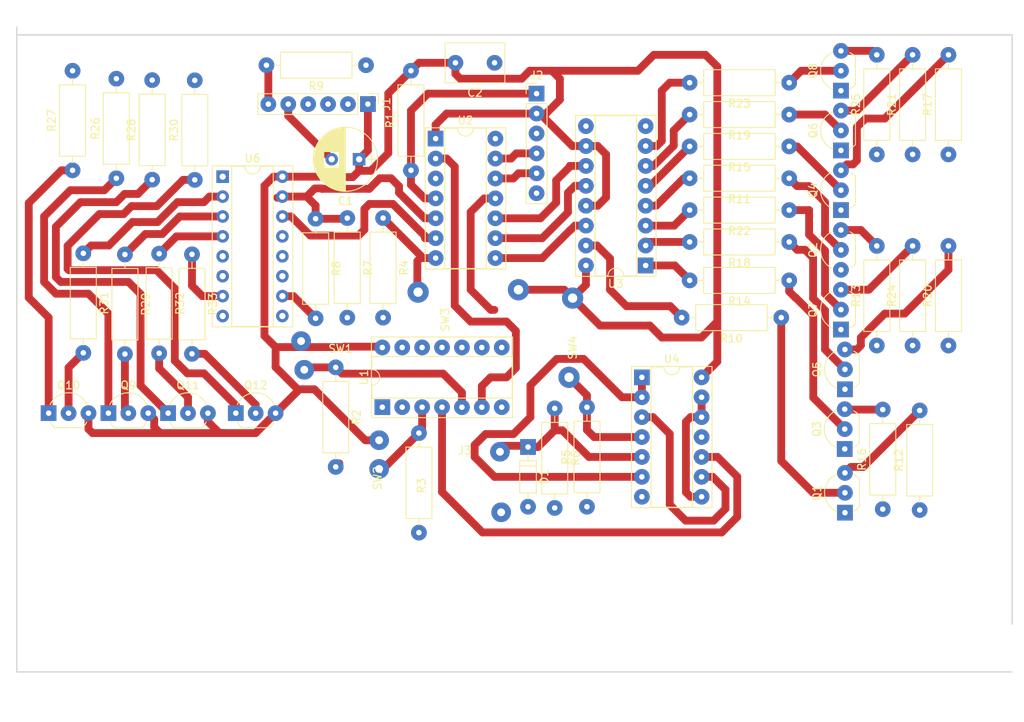
<source format=kicad_pcb>
(kicad_pcb (version 20171130) (host pcbnew "(5.0.0-rc2-117-g8a2639325)")
  (layers (0 F.Cu signal) (31 B.Cu signal) (34 B.Paste user) (35 F.Paste user) (36 B.SilkS user) (37 F.SilkS user) (38 B.Mask user) (39 F.Mask user) (44 Edge.Cuts user))
  (net 0 "")
  (net 1 GND)
  (net 2 +5V)
  (net 3 "Net-(D1-Pad1)")
  (net 4 "Net-(J1-Pad6)")
  (net 5 /ICSPDAT)
  (net 6 /ICSPCLK)
  (net 7 /MCLR)
  (net 8 "Net-(R2-Pad1)")
  (net 9 "Net-(R3-Pad1)")
  (net 10 /CONTINUE)
  (net 11 "Net-(R5-Pad2)")
  (net 12 /RESET_CTR)
  (net 13 "Net-(R8-Pad2)")
  (net 14 /MANUAL_RESET)
  (net 15 /MANUAL_TRIGGER)
  (net 16 /WATCH_RCLK)
  (net 17 /CTR_CLK)
  (net 18 /WATCH_CLK)
  (net 19 /TRIGGER)
  (net 20 /WATCH_DATA)
  (net 21 "Net-(U4-Pad12)")
  (net 22 "Net-(U4-Pad1)")
  (net 23 /EXT_TRIGGER)
  (net 24 "Net-(J1-Pad2)")
  (net 25 "Net-(J1-Pad3)")
  (net 26 "Net-(J1-Pad4)")
  (net 27 "Net-(J2-Pad6)")
  (net 28 "Net-(U2-Pad3)")
  (net 29 "Net-(U3-Pad9)")
  (net 30 "Net-(U6-Pad1)")
  (net 31 "Net-(U6-Pad9)")
  (net 32 /CA2)
  (net 33 /CA1)
  (net 34 "Net-(U6-Pad11)")
  (net 35 /CA3)
  (net 36 "Net-(U6-Pad12)")
  (net 37 "Net-(U6-Pad5)")
  (net 38 "Net-(U6-Pad6)")
  (net 39 /CA4)
  (net 40 "Net-(Q8-Pad3)")
  (net 41 "Net-(Q8-Pad2)")
  (net 42 "Net-(Q12-Pad2)")
  (net 43 "Net-(Q12-Pad1)")
  (net 44 "Net-(Q11-Pad1)")
  (net 45 "Net-(Q11-Pad2)")
  (net 46 "Net-(Q10-Pad2)")
  (net 47 "Net-(Q10-Pad1)")
  (net 48 "Net-(Q9-Pad1)")
  (net 49 "Net-(Q9-Pad2)")
  (net 50 "Net-(Q7-Pad2)")
  (net 51 "Net-(Q7-Pad3)")
  (net 52 "Net-(Q5-Pad3)")
  (net 53 "Net-(Q5-Pad2)")
  (net 54 "Net-(Q3-Pad2)")
  (net 55 "Net-(Q3-Pad3)")
  (net 56 "Net-(Q2-Pad3)")
  (net 57 "Net-(Q2-Pad2)")
  (net 58 "Net-(Q1-Pad2)")
  (net 59 "Net-(Q1-Pad3)")
  (net 60 "Net-(Q6-Pad3)")
  (net 61 "Net-(Q6-Pad2)")
  (net 62 "Net-(Q4-Pad2)")
  (net 63 "Net-(Q4-Pad3)")
  (net 64 /e)
  (net 65 /QC)
  (net 66 /QG)
  (net 67 /c)
  (net 68 /g)
  (net 69 /QD)
  (net 70 /QDP)
  (net 71 /d)
  (net 72 /QA)
  (net 73 /dp)
  (net 74 /QF)
  (net 75 /b)
  (net 76 /QE)
  (net 77 /a)
  (net 78 /QB)
  (net 79 /f)
  (module TO_SOT_Packages_THT:TO-92_Inline_Wide (layer F.Cu) (at 231.648 69.088 90)
    (fp_text reference Q4 (at 2.54 -3.56 270) (layer F.SilkS))
    (fp_text value 2N3904)
    (pad 2 thru_hole oval (at 2.54 0 90) (size 2 2) (drill 0.7) (layers *.Cu *.Mask) (net 62 "Net-(Q4-Pad2)"))
    (pad 3 thru_hole oval (at 5.08 0 90) (size 2 2) (drill 0.7) (layers *.Cu *.Mask) (net 63 "Net-(Q4-Pad3)"))
    (pad 1 thru_hole rect (at 0 0 90) (size 2 2) (drill 0.7) (layers *.Cu *.Mask) (net 1 GND))
  )
  (module TO_SOT_Packages_THT:TO-92_Inline_Wide (layer F.Cu) (at 231.648 61.468 90)
    (fp_text reference Q6 (at 2.54 -3.56 270) (layer F.SilkS))
    (fp_text value 2N3904)
    (pad 1 thru_hole rect (at 0 0 90) (size 2 2) (drill 0.7) (layers *.Cu *.Mask) (net 1 GND))
    (pad 3 thru_hole oval (at 5.08 0 90) (size 2 2) (drill 0.7) (layers *.Cu *.Mask) (net 60 "Net-(Q6-Pad3)"))
    (pad 2 thru_hole oval (at 2.54 0 90) (size 2 2) (drill 0.7) (layers *.Cu *.Mask) (net 61 "Net-(Q6-Pad2)"))
  )
  (module TO_SOT_Packages_THT:TO-92_Inline_Wide (layer F.Cu) (at 232.156 107.696 90)
    (fp_text reference Q1 (at 2.54 -3.56 270) (layer F.SilkS))
    (fp_text value 2N3904)
    (pad 2 thru_hole oval (at 2.54 0 90) (size 2 2) (drill 0.7) (layers *.Cu *.Mask) (net 58 "Net-(Q1-Pad2)"))
    (pad 3 thru_hole oval (at 5.08 0 90) (size 2 2) (drill 0.7) (layers *.Cu *.Mask) (net 59 "Net-(Q1-Pad3)"))
    (pad 1 thru_hole rect (at 0 0 90) (size 2 2) (drill 0.7) (layers *.Cu *.Mask) (net 1 GND))
  )
  (module TO_SOT_Packages_THT:TO-92_Inline_Wide (layer F.Cu) (at 231.648 76.708 90)
    (fp_text reference Q2 (at 2.54 -3.56 270) (layer F.SilkS))
    (fp_text value 2N3904)
    (pad 1 thru_hole oval (at 0 0 90) (size 2 2) (drill 0.7) (layers *.Cu *.Mask) (net 1 GND))
    (pad 3 thru_hole oval (at 5.08 0 90) (size 2 2) (drill 0.7) (layers *.Cu *.Mask) (net 56 "Net-(Q2-Pad3)"))
    (pad 2 thru_hole oval (at 2.54 0 90) (size 2 2) (drill 0.7) (layers *.Cu *.Mask) (net 57 "Net-(Q2-Pad2)"))
  )
  (module TO_SOT_Packages_THT:TO-92_Inline_Wide (layer F.Cu) (at 232.1306 99.568 90)
    (fp_text reference Q3 (at 2.54 -3.56 270) (layer F.SilkS))
    (fp_text value 2N3904)
    (pad 2 thru_hole oval (at 2.54 0 90) (size 2 2) (drill 0.7) (layers *.Cu *.Mask) (net 54 "Net-(Q3-Pad2)"))
    (pad 3 thru_hole oval (at 5.08 0 90) (size 2 2) (drill 0.7) (layers *.Cu *.Mask) (net 55 "Net-(Q3-Pad3)"))
    (pad 1 thru_hole rect (at 0 0 90) (size 2 2) (drill 0.7) (layers *.Cu *.Mask) (net 1 GND))
  )
  (module TO_SOT_Packages_THT:TO-92_Inline_Wide (layer F.Cu) (at 232.156 91.948 90)
    (fp_text reference Q5 (at 2.54 -3.56 270) (layer F.SilkS))
    (fp_text value 2N3904)
    (pad 1 thru_hole rect (at 0 0 90) (size 2 2) (drill 0.7) (layers *.Cu *.Mask) (net 1 GND))
    (pad 3 thru_hole oval (at 5.08 0 90) (size 2 2) (drill 0.7) (layers *.Cu *.Mask) (net 52 "Net-(Q5-Pad3)"))
    (pad 2 thru_hole oval (at 2.54 0 90) (size 2 2) (drill 0.7) (layers *.Cu *.Mask) (net 53 "Net-(Q5-Pad2)"))
  )
  (module TO_SOT_Packages_THT:TO-92_Inline_Wide (layer F.Cu) (at 231.648 84.328 90)
    (fp_text reference Q7 (at 2.54 -3.56 270) (layer F.SilkS))
    (fp_text value 2N3904)
    (pad 2 thru_hole oval (at 2.54 0 90) (size 2 2) (drill 0.7) (layers *.Cu *.Mask) (net 50 "Net-(Q7-Pad2)"))
    (pad 3 thru_hole oval (at 5.08 0 90) (size 2 2) (drill 0.7) (layers *.Cu *.Mask) (net 51 "Net-(Q7-Pad3)"))
    (pad 1 thru_hole rect (at 0 0 90) (size 2 2) (drill 0.7) (layers *.Cu *.Mask) (net 1 GND))
  )
  (module TO_SOT_Packages_THT:TO-92_Inline_Wide (layer F.Cu) (at 138.176 94.996)
    (fp_text reference Q9 (at 2.54 -3.56 180) (layer F.SilkS))
    (fp_text value 2N3904)
    (pad 1 thru_hole rect (at 0 0) (size 2 2) (drill 0.7) (layers *.Cu *.Mask) (net 48 "Net-(Q9-Pad1)"))
    (pad 3 thru_hole oval (at 5.08 0) (size 2 2) (drill 0.7) (layers *.Cu *.Mask) (net 2 +5V))
    (pad 2 thru_hole oval (at 2.54 0) (size 2 2) (drill 0.7) (layers *.Cu *.Mask) (net 49 "Net-(Q9-Pad2)"))
  )
  (module TO_SOT_Packages_THT:TO-92_Inline_Wide (layer F.Cu) (at 130.556 94.996)
    (fp_text reference Q10 (at 2.54 -3.56 180) (layer F.SilkS))
    (fp_text value 2N3904)
    (pad 2 thru_hole oval (at 2.54 0) (size 2 2) (drill 0.7) (layers *.Cu *.Mask) (net 46 "Net-(Q10-Pad2)"))
    (pad 3 thru_hole oval (at 5.08 0) (size 2 2) (drill 0.7) (layers *.Cu *.Mask) (net 2 +5V))
    (pad 1 thru_hole rect (at 0 0) (size 2 2) (drill 0.7) (layers *.Cu *.Mask) (net 47 "Net-(Q10-Pad1)"))
  )
  (module TO_SOT_Packages_THT:TO-92_Inline_Wide (layer F.Cu) (at 145.796 94.996)
    (fp_text reference Q11 (at 2.54 -3.56 180) (layer F.SilkS))
    (fp_text value 2N3904)
    (pad 1 thru_hole rect (at 0 0) (size 2 2) (drill 0.7) (layers *.Cu *.Mask) (net 44 "Net-(Q11-Pad1)"))
    (pad 3 thru_hole oval (at 5.08 0) (size 2 2) (drill 0.7) (layers *.Cu *.Mask) (net 2 +5V))
    (pad 2 thru_hole oval (at 2.54 0) (size 2 2) (drill 0.7) (layers *.Cu *.Mask) (net 45 "Net-(Q11-Pad2)"))
  )
  (module TO_SOT_Packages_THT:TO-92_Inline_Wide (layer F.Cu) (at 154.432 94.996)
    (fp_text reference Q12 (at 2.54 -3.56 180) (layer F.SilkS))
    (fp_text value 2N3904)
    (pad 2 thru_hole oval (at 2.54 0) (size 2 2) (drill 0.7) (layers *.Cu *.Mask) (net 42 "Net-(Q12-Pad2)"))
    (pad 3 thru_hole oval (at 5.08 0) (size 2 2) (drill 0.7) (layers *.Cu *.Mask) (net 2 +5V))
    (pad 1 thru_hole rect (at 0 0) (size 2 2) (drill 0.7) (layers *.Cu *.Mask) (net 43 "Net-(Q12-Pad1)"))
  )
  (module TO_SOT_Packages_THT:TO-92_Inline_Wide (layer F.Cu) (at 231.648 53.848 90)
    (fp_text reference Q8 (at 2.54 -3.56 270) (layer F.SilkS))
    (fp_text value 2N3904)
    (pad 1 thru_hole rect (at 0 0 90) (size 2 2) (drill 0.7) (layers *.Cu *.Mask) (net 1 GND))
    (pad 3 thru_hole oval (at 5.08 0 90) (size 2 2) (drill 0.7) (layers *.Cu *.Mask) (net 40 "Net-(Q8-Pad3)"))
    (pad 2 thru_hole oval (at 2.54 0 90) (size 2 2) (drill 0.7) (layers *.Cu *.Mask) (net 41 "Net-(Q8-Pad2)"))
  )
  (module Housings_DIP:DIP-16_W7.62mm_Socket (layer F.Cu) (at 206.7306 76.1492 180)
    (fp_text reference U3 (at 3.81 -2.33 180) (layer F.SilkS))
    (fp_text value 74HC595)
    (pad 16 thru_hole oval (at 7.62 0 180) (size 2 2) (drill 0.7) (layers *.Cu *.Mask) (net 2 +5V))
    (pad 8 thru_hole oval (at 0 17.78 180) (size 2 2) (drill 0.7) (layers *.Cu *.Mask) (net 1 GND))
    (pad 15 thru_hole oval (at 7.62 2.54 180) (size 2 2) (drill 0.7) (layers *.Cu *.Mask) (net 72 /QA))
    (pad 7 thru_hole oval (at 0 15.24 180) (size 2 2) (drill 0.7) (layers *.Cu *.Mask) (net 70 /QDP))
    (pad 14 thru_hole oval (at 7.62 5.08 180) (size 2 2) (drill 0.7) (layers *.Cu *.Mask) (net 20 /WATCH_DATA))
    (pad 6 thru_hole oval (at 0 12.7 180) (size 2 2) (drill 0.7) (layers *.Cu *.Mask) (net 66 /QG))
    (pad 13 thru_hole oval (at 7.62 7.62 180) (size 2 2) (drill 0.7) (layers *.Cu *.Mask) (net 2 +5V))
    (pad 5 thru_hole oval (at 0 10.16 180) (size 2 2) (drill 0.7) (layers *.Cu *.Mask) (net 74 /QF))
    (pad 12 thru_hole oval (at 7.62 10.16 180) (size 2 2) (drill 0.7) (layers *.Cu *.Mask) (net 16 /WATCH_RCLK))
    (pad 4 thru_hole oval (at 0 7.62 180) (size 2 2) (drill 0.7) (layers *.Cu *.Mask) (net 76 /QE))
    (pad 11 thru_hole oval (at 7.62 12.7 180) (size 2 2) (drill 0.7) (layers *.Cu *.Mask) (net 18 /WATCH_CLK))
    (pad 3 thru_hole oval (at 0 5.08 180) (size 2 2) (drill 0.7) (layers *.Cu *.Mask) (net 69 /QD))
    (pad 10 thru_hole oval (at 7.62 15.24 180) (size 2 2) (drill 0.7) (layers *.Cu *.Mask) (net 2 +5V))
    (pad 2 thru_hole oval (at 0 2.54 180) (size 2 2) (drill 0.7) (layers *.Cu *.Mask) (net 65 /QC))
    (pad 9 thru_hole oval (at 7.62 17.78 180) (size 2 2) (drill 0.7) (layers *.Cu *.Mask) (net 29 "Net-(U3-Pad9)"))
    (pad 1 thru_hole rect (at 0 0 180) (size 2 2) (drill 0.7) (layers *.Cu *.Mask) (net 78 /QB))
  )
  (module Resistors_THT:R_Axial_DIN0309_L9.0mm_D3.2mm_P12.70mm_Horizontal (layer F.Cu) (at 245.364 61.976 90)
    (fp_text reference R17 (at 6.35 -2.66 90) (layer F.SilkS))
    (fp_text value 500)
    (pad 1 thru_hole oval (at 0 0 90) (size 2 2) (drill 0.7) (layers *.Cu *.Mask) (net 79 /f))
    (pad 2 thru_hole oval (at 12.7 0 90) (size 2 2) (drill 0.7) (layers *.Cu *.Mask) (net 63 "Net-(Q4-Pad3)"))
  )
  (module Resistors_THT:R_Axial_DIN0309_L9.0mm_D3.2mm_P12.70mm_Horizontal (layer F.Cu) (at 225.044 78.0542 180)
    (fp_text reference R14 (at 6.35 -2.66 180) (layer F.SilkS))
    (fp_text value 10k)
    (pad 2 thru_hole oval (at 12.7 0 180) (size 2 2) (drill 0.7) (layers *.Cu *.Mask) (net 78 /QB))
    (pad 1 thru_hole oval (at 0 0 180) (size 2 2) (drill 0.7) (layers *.Cu *.Mask) (net 54 "Net-(Q3-Pad2)"))
  )
  (module Resistors_THT:R_Axial_DIN0309_L9.0mm_D3.2mm_P12.70mm_Horizontal (layer F.Cu) (at 241.6937 107.3531 90)
    (fp_text reference R12 (at 6.35 -2.66 90) (layer F.SilkS))
    (fp_text value 500)
    (pad 1 thru_hole oval (at 0 0 90) (size 2 2) (drill 0.7) (layers *.Cu *.Mask) (net 77 /a))
    (pad 2 thru_hole oval (at 12.7 0 90) (size 2 2) (drill 0.7) (layers *.Cu *.Mask) (net 59 "Net-(Q1-Pad3)"))
  )
  (module Resistors_THT:R_Axial_DIN0309_L9.0mm_D3.2mm_P12.70mm_Horizontal (layer F.Cu) (at 225.044 65.024 180)
    (fp_text reference R11 (at 6.35 -2.66 180) (layer F.SilkS))
    (fp_text value 10k)
    (pad 2 thru_hole oval (at 12.7 0 180) (size 2 2) (drill 0.7) (layers *.Cu *.Mask) (net 76 /QE))
    (pad 1 thru_hole oval (at 0 0 180) (size 2 2) (drill 0.7) (layers *.Cu *.Mask) (net 57 "Net-(Q2-Pad2)"))
  )
  (module Resistors_THT:R_Axial_DIN0309_L9.0mm_D3.2mm_P12.70mm_Horizontal (layer F.Cu) (at 134.9756 74.5998 270)
    (fp_text reference R31 (at 6.35 -2.66 270) (layer F.SilkS))
    (fp_text value 200)
    (pad 1 thru_hole oval (at 0 0 270) (size 2 2) (drill 0.7) (layers *.Cu *.Mask) (net 32 /CA2))
    (pad 2 thru_hole oval (at 12.7 0 270) (size 2 2) (drill 0.7) (layers *.Cu *.Mask) (net 46 "Net-(Q10-Pad2)"))
  )
  (module Resistors_THT:R_Axial_DIN0309_L9.0mm_D3.2mm_P12.70mm_Horizontal (layer F.Cu) (at 236.982 107.2388 90)
    (fp_text reference R16 (at 6.35 -2.66 90) (layer F.SilkS))
    (fp_text value 500)
    (pad 2 thru_hole oval (at 12.7 0 90) (size 2 2) (drill 0.7) (layers *.Cu *.Mask) (net 55 "Net-(Q3-Pad3)"))
    (pad 1 thru_hole oval (at 0 0 90) (size 2 2) (drill 0.7) (layers *.Cu *.Mask) (net 75 /b))
  )
  (module Resistors_THT:R_Axial_DIN0309_L9.0mm_D3.2mm_P12.70mm_Horizontal (layer F.Cu) (at 225.044 60.96 180)
    (fp_text reference R15 (at 6.35 -2.66 180) (layer F.SilkS))
    (fp_text value 10k)
    (pad 1 thru_hole oval (at 0 0 180) (size 2 2) (drill 0.7) (layers *.Cu *.Mask) (net 62 "Net-(Q4-Pad2)"))
    (pad 2 thru_hole oval (at 12.7 0 180) (size 2 2) (drill 0.7) (layers *.Cu *.Mask) (net 74 /QF))
  )
  (module Resistors_THT:R_Axial_DIN0309_L9.0mm_D3.2mm_P12.70mm_Horizontal (layer F.Cu) (at 236.22 61.976 90)
    (fp_text reference R25 (at 6.35 -2.66 90) (layer F.SilkS))
    (fp_text value 500)
    (pad 2 thru_hole oval (at 12.7 0 90) (size 2 2) (drill 0.7) (layers *.Cu *.Mask) (net 40 "Net-(Q8-Pad3)"))
    (pad 1 thru_hole oval (at 0 0 90) (size 2 2) (drill 0.7) (layers *.Cu *.Mask) (net 73 /dp))
  )
  (module Resistors_THT:R_Axial_DIN0309_L9.0mm_D3.2mm_P12.70mm_Horizontal (layer F.Cu) (at 224.028 82.804 180)
    (fp_text reference R10 (at 6.35 -2.66 180) (layer F.SilkS))
    (fp_text value 10k)
    (pad 1 thru_hole oval (at 0 0 180) (size 2 2) (drill 0.7) (layers *.Cu *.Mask) (net 58 "Net-(Q1-Pad2)"))
    (pad 2 thru_hole oval (at 12.7 0 180) (size 2 2) (drill 0.7) (layers *.Cu *.Mask) (net 72 /QA))
  )
  (module Resistors_THT:R_Axial_DIN0309_L9.0mm_D3.2mm_P12.70mm_Horizontal (layer F.Cu) (at 144.653 74.6506 270)
    (fp_text reference R32 (at 6.35 -2.66 270) (layer F.SilkS))
    (fp_text value 200)
    (pad 2 thru_hole oval (at 12.7 0 270) (size 2 2) (drill 0.7) (layers *.Cu *.Mask) (net 45 "Net-(Q11-Pad2)"))
    (pad 1 thru_hole oval (at 0 0 270) (size 2 2) (drill 0.7) (layers *.Cu *.Mask) (net 35 /CA3))
  )
  (module Resistors_THT:R_Axial_DIN0309_L9.0mm_D3.2mm_P12.70mm_Horizontal (layer F.Cu) (at 149.1996 65.2272 90)
    (fp_text reference R30 (at 6.35 -2.66 90) (layer F.SilkS))
    (fp_text value 100k)
    (pad 1 thru_hole oval (at 0 0 90) (size 2 2) (drill 0.7) (layers *.Cu *.Mask) (net 43 "Net-(Q12-Pad1)"))
    (pad 2 thru_hole oval (at 12.7 0 90) (size 2 2) (drill 0.7) (layers *.Cu *.Mask) (net 1 GND))
  )
  (module Resistors_THT:R_Axial_DIN0309_L9.0mm_D3.2mm_P12.70mm_Horizontal (layer F.Cu) (at 140.2842 74.7522 270)
    (fp_text reference R29 (at 6.35 -2.66 270) (layer F.SilkS))
    (fp_text value 200)
    (pad 2 thru_hole oval (at 12.7 0 270) (size 2 2) (drill 0.7) (layers *.Cu *.Mask) (net 49 "Net-(Q9-Pad2)"))
    (pad 1 thru_hole oval (at 0 0 270) (size 2 2) (drill 0.7) (layers *.Cu *.Mask) (net 33 /CA1))
  )
  (module Resistors_THT:R_Axial_DIN0309_L9.0mm_D3.2mm_P12.70mm_Horizontal (layer F.Cu) (at 143.764 65.2018 90)
    (fp_text reference R28 (at 6.35 -2.66 90) (layer F.SilkS))
    (fp_text value 100k)
    (pad 1 thru_hole oval (at 0 0 90) (size 2 2) (drill 0.7) (layers *.Cu *.Mask) (net 44 "Net-(Q11-Pad1)"))
    (pad 2 thru_hole oval (at 12.7 0 90) (size 2 2) (drill 0.7) (layers *.Cu *.Mask) (net 1 GND))
  )
  (module Resistors_THT:R_Axial_DIN0309_L9.0mm_D3.2mm_P12.70mm_Horizontal (layer F.Cu) (at 133.604 64.008 90)
    (fp_text reference R27 (at 6.35 -2.66 90) (layer F.SilkS))
    (fp_text value 100k)
    (pad 2 thru_hole oval (at 12.7 0 90) (size 2 2) (drill 0.7) (layers *.Cu *.Mask) (net 1 GND))
    (pad 1 thru_hole oval (at 0 0 90) (size 2 2) (drill 0.7) (layers *.Cu *.Mask) (net 47 "Net-(Q10-Pad1)"))
  )
  (module Resistors_THT:R_Axial_DIN0309_L9.0mm_D3.2mm_P12.70mm_Horizontal (layer F.Cu) (at 139.192 65.024 90)
    (fp_text reference R26 (at 6.35 -2.66 90) (layer F.SilkS))
    (fp_text value 100k)
    (pad 1 thru_hole oval (at 0 0 90) (size 2 2) (drill 0.7) (layers *.Cu *.Mask) (net 48 "Net-(Q9-Pad1)"))
    (pad 2 thru_hole oval (at 12.7 0 90) (size 2 2) (drill 0.7) (layers *.Cu *.Mask) (net 1 GND))
  )
  (module Resistors_THT:R_Axial_DIN0309_L9.0mm_D3.2mm_P12.70mm_Horizontal (layer F.Cu) (at 240.792 86.36 90)
    (fp_text reference R24 (at 6.35 -2.66 90) (layer F.SilkS))
    (fp_text value 500)
    (pad 2 thru_hole oval (at 12.7 0 90) (size 2 2) (drill 0.7) (layers *.Cu *.Mask) (net 51 "Net-(Q7-Pad3)"))
    (pad 1 thru_hole oval (at 0 0 90) (size 2 2) (drill 0.7) (layers *.Cu *.Mask) (net 71 /d))
  )
  (module Resistors_THT:R_Axial_DIN0309_L9.0mm_D3.2mm_P12.70mm_Horizontal (layer F.Cu) (at 225.044 52.832 180)
    (fp_text reference R23 (at 6.35 -2.66 180) (layer F.SilkS))
    (fp_text value 10k)
    (pad 1 thru_hole oval (at 0 0 180) (size 2 2) (drill 0.7) (layers *.Cu *.Mask) (net 41 "Net-(Q8-Pad2)"))
    (pad 2 thru_hole oval (at 12.7 0 180) (size 2 2) (drill 0.7) (layers *.Cu *.Mask) (net 70 /QDP))
  )
  (module Resistors_THT:R_Axial_DIN0309_L9.0mm_D3.2mm_P12.70mm_Horizontal (layer F.Cu) (at 225.044 69.088 180)
    (fp_text reference R22 (at 6.35 -2.66 180) (layer F.SilkS))
    (fp_text value 10k)
    (pad 2 thru_hole oval (at 12.7 0 180) (size 2 2) (drill 0.7) (layers *.Cu *.Mask) (net 69 /QD))
    (pad 1 thru_hole oval (at 0 0 180) (size 2 2) (drill 0.7) (layers *.Cu *.Mask) (net 50 "Net-(Q7-Pad2)"))
  )
  (module Resistors_THT:R_Axial_DIN0309_L9.0mm_D3.2mm_P12.70mm_Horizontal (layer F.Cu) (at 240.792 61.976 90)
    (fp_text reference R21 (at 6.35 -2.66 90) (layer F.SilkS))
    (fp_text value 500)
    (pad 1 thru_hole oval (at 0 0 90) (size 2 2) (drill 0.7) (layers *.Cu *.Mask) (net 68 /g))
    (pad 2 thru_hole oval (at 12.7 0 90) (size 2 2) (drill 0.7) (layers *.Cu *.Mask) (net 60 "Net-(Q6-Pad3)"))
  )
  (module Resistors_THT:R_Axial_DIN0309_L9.0mm_D3.2mm_P12.70mm_Horizontal (layer F.Cu) (at 245.364 86.36 90)
    (fp_text reference R20 (at 6.35 -2.66 90) (layer F.SilkS))
    (fp_text value 500)
    (pad 2 thru_hole oval (at 12.7 0 90) (size 2 2) (drill 0.7) (layers *.Cu *.Mask) (net 52 "Net-(Q5-Pad3)"))
    (pad 1 thru_hole oval (at 0 0 90) (size 2 2) (drill 0.7) (layers *.Cu *.Mask) (net 67 /c))
  )
  (module Resistors_THT:R_Axial_DIN0309_L9.0mm_D3.2mm_P12.70mm_Horizontal (layer F.Cu) (at 225.044 56.896 180)
    (fp_text reference R19 (at 6.35 -2.66 180) (layer F.SilkS))
    (fp_text value 10k)
    (pad 1 thru_hole oval (at 0 0 180) (size 2 2) (drill 0.7) (layers *.Cu *.Mask) (net 61 "Net-(Q6-Pad2)"))
    (pad 2 thru_hole oval (at 12.7 0 180) (size 2 2) (drill 0.7) (layers *.Cu *.Mask) (net 66 /QG))
  )
  (module Resistors_THT:R_Axial_DIN0309_L9.0mm_D3.2mm_P12.70mm_Horizontal (layer F.Cu) (at 225.044 73.152 180)
    (fp_text reference R18 (at 6.35 -2.66 180) (layer F.SilkS))
    (fp_text value 10k)
    (pad 2 thru_hole oval (at 12.7 0 180) (size 2 2) (drill 0.7) (layers *.Cu *.Mask) (net 65 /QC))
    (pad 1 thru_hole oval (at 0 0 180) (size 2 2) (drill 0.7) (layers *.Cu *.Mask) (net 53 "Net-(Q5-Pad2)"))
  )
  (module Resistors_THT:R_Axial_DIN0309_L9.0mm_D3.2mm_P12.70mm_Horizontal (layer F.Cu) (at 236.22 86.36 90)
    (fp_text reference R13 (at 6.35 -2.66 90) (layer F.SilkS))
    (fp_text value 500)
    (pad 1 thru_hole oval (at 0 0 90) (size 2 2) (drill 0.7) (layers *.Cu *.Mask) (net 64 /e))
    (pad 2 thru_hole oval (at 12.7 0 90) (size 2 2) (drill 0.7) (layers *.Cu *.Mask) (net 56 "Net-(Q2-Pad3)"))
  )
  (module Resistors_THT:R_Axial_DIN0309_L9.0mm_D3.2mm_P12.70mm_Horizontal (layer F.Cu) (at 148.844 74.7268 270)
    (fp_text reference R33 (at 6.35 -2.66 270) (layer F.SilkS))
    (fp_text value 200)
    (pad 2 thru_hole oval (at 12.7 0 270) (size 2 2) (drill 0.7) (layers *.Cu *.Mask) (net 42 "Net-(Q12-Pad2)"))
    (pad 1 thru_hole oval (at 0 0 270) (size 2 2) (drill 0.7) (layers *.Cu *.Mask) (net 39 /CA4))
  )
  (module Wire_Connections_Bridges:WireConnection_1.00mmDrill (layer F.Cu) (at 188.4934 99.9744 180)
    (fp_text reference J3 (at 4.8514 0.2032 180) (layer F.SilkS))
    (fp_text value Conn_Coaxial)
    (pad 2 thru_hole circle (at 0.2032 -7.6708 180) (size 2.49936 2.49936) (drill 1.00076) (layers *.Cu *.Mask) (net 1 GND))
    (pad 1 thru_hole circle (at 0.3556 0.0508 180) (size 2.49936 2.49936) (drill 1.00076) (layers *.Cu *.Mask) (net 3 "Net-(D1-Pad1)"))
  )
  (module Wire_Connections_Bridges:WireConnection_1.20mmDrill (layer F.Cu) (at 197.612 81.788 270)
    (fp_text reference SW4 (at 4.8514 0.2032 270) (layer F.SilkS))
    (fp_text value SW_SPST)
    (pad 1 thru_hole circle (at -1.4732 0.2032 270) (size 2.70002 2.70002) (drill 1.19888) (layers *.Cu *.Mask) (net 2 +5V))
    (pad 2 thru_hole circle (at 8.636 0.6604 270) (size 2.70002 2.70002) (drill 1.19888) (layers *.Cu *.Mask) (net 11 "Net-(R5-Pad2)"))
  )
  (module Wire_Connections_Bridges:WireConnection_1.00mmDrill (layer F.Cu) (at 162.9156 86.5632)
    (fp_text reference SW1 (at 4.8514 0.2032) (layer F.SilkS))
    (fp_text value SW_Push)
    (pad 1 thru_hole circle (at -0.1524 -0.762) (size 2.49936 2.49936) (drill 1.00076) (layers *.Cu *.Mask) (net 2 +5V))
    (pad 2 thru_hole circle (at 0.254 2.8956) (size 2.49936 2.49936) (drill 1.00076) (layers *.Cu *.Mask) (net 8 "Net-(R2-Pad1)"))
  )
  (module Wire_Connections_Bridges:WireConnection_1.00mmDrill (layer F.Cu) (at 172.72 98.4504 270)
    (fp_text reference SW2 (at 4.8514 0.2032 270) (layer F.SilkS))
    (fp_text value SW_Push)
    (pad 2 thru_hole circle (at 3.6576 0 270) (size 2.49936 2.49936) (drill 1.00076) (layers *.Cu *.Mask) (net 9 "Net-(R3-Pad1)"))
    (pad 1 thru_hole circle (at 0 0 270) (size 2.49936 2.49936) (drill 1.00076) (layers *.Cu *.Mask) (net 2 +5V))
  )
  (module Wire_Connections_Bridges:WireConnection_1.20mmDrill (layer F.Cu) (at 181.356 78.232 270)
    (fp_text reference SW3 (at 4.8514 0.2032 270) (layer F.SilkS))
    (fp_text value SW_SPST)
    (pad 2 thru_hole circle (at 1.3208 3.6576 270) (size 2.70002 2.70002) (drill 1.19888) (layers *.Cu *.Mask) (net 10 /CONTINUE))
    (pad 1 thru_hole circle (at 1.016 -9.144 270) (size 2.70002 2.70002) (drill 1.19888) (layers *.Cu *.Mask) (net 2 +5V))
  )
  (module Housings_DIP:DIP-14_W7.62mm_Socket (layer F.Cu) (at 179.9336 59.9694)
    (fp_text reference U2 (at 3.81 -2.33) (layer F.SilkS))
    (fp_text value PIC16F616-IP)
    (pad 14 thru_hole oval (at 7.62 0) (size 2 2) (drill 0.7) (layers *.Cu *.Mask) (net 1 GND))
    (pad 7 thru_hole oval (at 0 15.24) (size 2 2) (drill 0.7) (layers *.Cu *.Mask) (net 10 /CONTINUE))
    (pad 13 thru_hole oval (at 7.62 2.54) (size 2 2) (drill 0.7) (layers *.Cu *.Mask) (net 5 /ICSPDAT))
    (pad 6 thru_hole oval (at 0 12.7) (size 2 2) (drill 0.7) (layers *.Cu *.Mask) (net 17 /CTR_CLK))
    (pad 12 thru_hole oval (at 7.62 5.08) (size 2 2) (drill 0.7) (layers *.Cu *.Mask) (net 6 /ICSPCLK))
    (pad 5 thru_hole oval (at 0 10.16) (size 2 2) (drill 0.7) (layers *.Cu *.Mask) (net 12 /RESET_CTR))
    (pad 11 thru_hole oval (at 7.62 7.62) (size 2 2) (drill 0.7) (layers *.Cu *.Mask) (net 19 /TRIGGER))
    (pad 4 thru_hole oval (at 0 7.62) (size 2 2) (drill 0.7) (layers *.Cu *.Mask) (net 7 /MCLR))
    (pad 10 thru_hole oval (at 7.62 10.16) (size 2 2) (drill 0.7) (layers *.Cu *.Mask) (net 18 /WATCH_CLK))
    (pad 3 thru_hole oval (at 0 5.08) (size 2 2) (drill 0.7) (layers *.Cu *.Mask) (net 28 "Net-(U2-Pad3)"))
    (pad 9 thru_hole oval (at 7.62 12.7) (size 2 2) (drill 0.7) (layers *.Cu *.Mask) (net 16 /WATCH_RCLK))
    (pad e thru_hole oval (at 0 2.54) (size 2 2) (drill 0.7) (layers *.Cu *.Mask) (net 14 /MANUAL_RESET))
    (pad 8 thru_hole oval (at 7.62 15.24) (size 2 2) (drill 0.7) (layers *.Cu *.Mask) (net 20 /WATCH_DATA))
    (pad 1 thru_hole rect (at 0 0) (size 2 2) (drill 0.7) (layers *.Cu *.Mask) (net 2 +5V))
  )
  (module Capacitors_THT:CP_Radial_D8.0mm_P3.50mm (layer F.Cu) (at 170.1673 62.5983 180)
    (fp_text reference C1 (at 1.75 -5.31 180) (layer F.SilkS))
    (fp_text value 47uF)
    (pad 2 thru_hole circle (at 3.5 0 180) (size 1.6 1.6) (drill 0.8) (layers *.Cu *.Mask) (net 1 GND))
    (pad 1 thru_hole rect (at 0 0 180) (size 1.6 1.6) (drill 0.8) (layers *.Cu *.Mask) (net 2 +5V))
  )
  (module Pin_Headers:Pin_Header_Straight_1x06_Pitch2.54mm (layer F.Cu) (at 171.2849 55.5625 270)
    (fp_text reference J1 (at 0 -2.33 270) (layer F.SilkS))
    (fp_text value USB_B_Micro)
    (pad 1 thru_hole rect (at 0 0 270) (size 2 2) (drill 0.7) (layers *.Cu *.Mask) (net 2 +5V))
    (pad 2 thru_hole oval (at 0 2.54 270) (size 2 2) (drill 0.7) (layers *.Cu *.Mask) (net 24 "Net-(J1-Pad2)"))
    (pad 3 thru_hole oval (at 0 5.08 270) (size 2 2) (drill 0.7) (layers *.Cu *.Mask) (net 25 "Net-(J1-Pad3)"))
    (pad 4 thru_hole oval (at 0 7.62 270) (size 2 2) (drill 0.7) (layers *.Cu *.Mask) (net 26 "Net-(J1-Pad4)"))
    (pad 5 thru_hole oval (at 0 10.16 270) (size 2 2) (drill 0.7) (layers *.Cu *.Mask) (net 1 GND))
    (pad 6 thru_hole oval (at 0 12.7 270) (size 2 2) (drill 0.7) (layers *.Cu *.Mask) (net 4 "Net-(J1-Pad6)"))
  )
  (module Resistors_THT:R_Axial_DIN0309_L9.0mm_D3.2mm_P12.70mm_Horizontal (layer F.Cu) (at 171.0436 50.5968 180)
    (fp_text reference R9 (at 6.35 -2.66 180) (layer F.SilkS))
    (fp_text value 1M)
    (pad 2 thru_hole oval (at 12.7 0 180) (size 2 2) (drill 0.7) (layers *.Cu *.Mask) (net 4 "Net-(J1-Pad6)"))
    (pad 1 thru_hole oval (at 0 0 180) (size 2 2) (drill 0.7) (layers *.Cu *.Mask) (net 1 GND))
  )
  (module Capacitors_THT:C_Disc_D7.5mm_W5.0mm_P5.00mm (layer F.Cu) (at 187.452 50.292 180)
    (fp_text reference C2 (at 2.5 -3.81 180) (layer F.SilkS))
    (fp_text value 100nF)
    (pad 2 thru_hole oval (at 5 0 180) (size 2 2) (drill 0.7) (layers *.Cu *.Mask) (net 2 +5V))
    (pad 1 thru_hole oval (at 0 0 180) (size 2 2) (drill 0.7) (layers *.Cu *.Mask) (net 1 GND))
  )
  (module Diodes_THT:D_DO-35_SOD27_P7.62mm_Horizontal (layer F.Cu) (at 191.7192 99.314 270)
    (fp_text reference D1 (at 3.81 -2.06 270) (layer F.SilkS))
    (fp_text value D_Zener)
    (pad 2 thru_hole oval (at 7.62 0 270) (size 2 2) (drill 0.7) (layers *.Cu *.Mask) (net 1 GND))
    (pad 1 thru_hole rect (at 0 0 270) (size 2 2) (drill 0.7) (layers *.Cu *.Mask) (net 3 "Net-(D1-Pad1)"))
  )
  (module Pin_Headers:Pin_Header_Straight_1x06_Pitch2.54mm (layer F.Cu) (at 192.8114 54.229)
    (fp_text reference J2 (at 0 -2.33) (layer F.SilkS))
    (fp_text value Conn_01x06)
    (pad 6 thru_hole oval (at 0 12.7) (size 2 2) (drill 0.7) (layers *.Cu *.Mask) (net 27 "Net-(J2-Pad6)"))
    (pad 5 thru_hole oval (at 0 10.16) (size 2 2) (drill 0.7) (layers *.Cu *.Mask) (net 6 /ICSPCLK))
    (pad 4 thru_hole oval (at 0 7.62) (size 2 2) (drill 0.7) (layers *.Cu *.Mask) (net 5 /ICSPDAT))
    (pad 3 thru_hole oval (at 0 5.08) (size 2 2) (drill 0.7) (layers *.Cu *.Mask) (net 1 GND))
    (pad 2 thru_hole oval (at 0 2.54) (size 2 2) (drill 0.7) (layers *.Cu *.Mask) (net 2 +5V))
    (pad 1 thru_hole rect (at 0 0) (size 2 2) (drill 0.7) (layers *.Cu *.Mask) (net 7 /MCLR))
  )
  (module Resistors_THT:R_Axial_DIN0309_L9.0mm_D3.2mm_P12.70mm_Horizontal (layer F.Cu) (at 176.784 64.008 90)
    (fp_text reference R1 (at 6.35 -2.66 90) (layer F.SilkS))
    (fp_text value 5k)
    (pad 1 thru_hole oval (at 0 0 90) (size 2 2) (drill 0.7) (layers *.Cu *.Mask) (net 7 /MCLR))
    (pad 2 thru_hole oval (at 12.7 0 90) (size 2 2) (drill 0.7) (layers *.Cu *.Mask) (net 2 +5V))
  )
  (module Resistors_THT:R_Axial_DIN0309_L9.0mm_D3.2mm_P12.70mm_Horizontal (layer F.Cu) (at 167.1828 89.154 270)
    (fp_text reference R2 (at 6.35 -2.66 270) (layer F.SilkS))
    (fp_text value 100k)
    (pad 1 thru_hole oval (at 0 0 270) (size 2 2) (drill 0.7) (layers *.Cu *.Mask) (net 8 "Net-(R2-Pad1)"))
    (pad 2 thru_hole oval (at 12.7 0 270) (size 2 2) (drill 0.7) (layers *.Cu *.Mask) (net 1 GND))
  )
  (module Resistors_THT:R_Axial_DIN0309_L9.0mm_D3.2mm_P12.70mm_Horizontal (layer F.Cu) (at 177.8 97.536 270)
    (fp_text reference R3 (at 6.7056 -0.3429 270) (layer F.SilkS))
    (fp_text value 100k)
    (pad 2 thru_hole oval (at 12.7 0 270) (size 2 2) (drill 0.7) (layers *.Cu *.Mask) (net 1 GND))
    (pad 1 thru_hole oval (at 0 0 270) (size 2 2) (drill 0.7) (layers *.Cu *.Mask) (net 9 "Net-(R3-Pad1)"))
  )
  (module Resistors_THT:R_Axial_DIN0309_L9.0mm_D3.2mm_P12.70mm_Horizontal (layer F.Cu) (at 173.228 70.104 270)
    (fp_text reference R4 (at 6.35 -2.66 270) (layer F.SilkS))
    (fp_text value 100k)
    (pad 2 thru_hole oval (at 12.7 0 270) (size 2 2) (drill 0.7) (layers *.Cu *.Mask) (net 1 GND))
    (pad 1 thru_hole oval (at 0 0 270) (size 2 2) (drill 0.7) (layers *.Cu *.Mask) (net 10 /CONTINUE))
  )
  (module Resistors_THT:R_Axial_DIN0309_L9.0mm_D3.2mm_P12.70mm_Horizontal (layer F.Cu) (at 199.2376 106.934 90)
    (fp_text reference R5 (at 6.35 -2.66 90) (layer F.SilkS))
    (fp_text value 100k)
    (pad 2 thru_hole oval (at 12.7 0 90) (size 2 2) (drill 0.7) (layers *.Cu *.Mask) (net 11 "Net-(R5-Pad2)"))
    (pad 1 thru_hole oval (at 0 0 90) (size 2 2) (drill 0.7) (layers *.Cu *.Mask) (net 1 GND))
  )
  (module Resistors_THT:R_Axial_DIN0309_L9.0mm_D3.2mm_P12.70mm_Horizontal (layer F.Cu) (at 195.1228 94.3864 270)
    (fp_text reference R6 (at 6.35 -2.66 270) (layer F.SilkS))
    (fp_text value 100k)
    (pad 1 thru_hole oval (at 0 0 270) (size 2 2) (drill 0.7) (layers *.Cu *.Mask) (net 3 "Net-(D1-Pad1)"))
    (pad 2 thru_hole oval (at 12.7 0 270) (size 2 2) (drill 0.7) (layers *.Cu *.Mask) (net 1 GND))
  )
  (module Resistors_THT:R_Axial_DIN0309_L9.0mm_D3.2mm_P12.70mm_Horizontal (layer F.Cu) (at 168.656 70.104 270)
    (fp_text reference R7 (at 6.35 -2.66 270) (layer F.SilkS))
    (fp_text value 100k)
    (pad 2 thru_hole oval (at 12.7 0 270) (size 2 2) (drill 0.7) (layers *.Cu *.Mask) (net 1 GND))
    (pad 1 thru_hole oval (at 0 0 270) (size 2 2) (drill 0.7) (layers *.Cu *.Mask) (net 12 /RESET_CTR))
  )
  (module Resistors_THT:R_Axial_DIN0309_L9.0mm_D3.2mm_P12.70mm_Horizontal (layer F.Cu) (at 164.6174 70.1929 270)
    (fp_text reference R8 (at 6.35 -2.66 270) (layer F.SilkS))
    (fp_text value 10k)
    (pad 1 thru_hole oval (at 0 0 270) (size 2 2) (drill 0.7) (layers *.Cu *.Mask) (net 12 /RESET_CTR))
    (pad 2 thru_hole oval (at 12.7 0 270) (size 2 2) (drill 0.7) (layers *.Cu *.Mask) (net 13 "Net-(R8-Pad2)"))
  )
  (module Housings_DIP:DIP-14_W7.62mm_Socket (layer F.Cu) (at 173.1264 94.234 90)
    (fp_text reference U1 (at 3.81 -2.33 90) (layer F.SilkS))
    (fp_text value 74HC14)
    (pad 1 thru_hole rect (at 0 0 90) (size 2 2) (drill 0.7) (layers *.Cu *.Mask))
    (pad 8 thru_hole oval (at 7.62 15.24 90) (size 2 2) (drill 0.7) (layers *.Cu *.Mask))
    (pad 2 thru_hole oval (at 0 2.54 90) (size 2 2) (drill 0.7) (layers *.Cu *.Mask))
    (pad 9 thru_hole oval (at 7.62 12.7 90) (size 2 2) (drill 0.7) (layers *.Cu *.Mask))
    (pad 3 thru_hole oval (at 0 5.08 90) (size 2 2) (drill 0.7) (layers *.Cu *.Mask) (net 9 "Net-(R3-Pad1)"))
    (pad 10 thru_hole oval (at 7.62 10.16 90) (size 2 2) (drill 0.7) (layers *.Cu *.Mask))
    (pad 4 thru_hole oval (at 0 7.62 90) (size 2 2) (drill 0.7) (layers *.Cu *.Mask) (net 15 /MANUAL_TRIGGER))
    (pad 11 thru_hole oval (at 7.62 7.62 90) (size 2 2) (drill 0.7) (layers *.Cu *.Mask))
    (pad 5 thru_hole oval (at 0 10.16 90) (size 2 2) (drill 0.7) (layers *.Cu *.Mask) (net 8 "Net-(R2-Pad1)"))
    (pad 12 thru_hole oval (at 7.62 5.08 90) (size 2 2) (drill 0.7) (layers *.Cu *.Mask))
    (pad 6 thru_hole oval (at 0 12.7 90) (size 2 2) (drill 0.7) (layers *.Cu *.Mask) (net 14 /MANUAL_RESET))
    (pad 13 thru_hole oval (at 7.62 2.54 90) (size 2 2) (drill 0.7) (layers *.Cu *.Mask))
    (pad 7 thru_hole oval (at 0 15.24 90) (size 2 2) (drill 0.7) (layers *.Cu *.Mask) (net 1 GND))
    (pad 14 thru_hole oval (at 7.62 0 90) (size 2 2) (drill 0.7) (layers *.Cu *.Mask) (net 2 +5V))
  )
  (module Housings_DIP:DIP-14_W7.62mm_Socket (layer F.Cu) (at 206.248 90.424)
    (fp_text reference U4 (at 3.81 -2.33) (layer F.SilkS))
    (fp_text value 74HC00)
    (pad 14 thru_hole oval (at 7.62 0) (size 2 2) (drill 0.7) (layers *.Cu *.Mask) (net 2 +5V))
    (pad 7 thru_hole oval (at 0 15.24) (size 2 2) (drill 0.7) (layers *.Cu *.Mask) (net 1 GND))
    (pad 13 thru_hole oval (at 7.62 2.54) (size 2 2) (drill 0.7) (layers *.Cu *.Mask) (net 21 "Net-(U4-Pad12)"))
    (pad 6 thru_hole oval (at 0 12.7) (size 2 2) (drill 0.7) (layers *.Cu *.Mask) (net 22 "Net-(U4-Pad1)"))
    (pad 12 thru_hole oval (at 7.62 5.08) (size 2 2) (drill 0.7) (layers *.Cu *.Mask) (net 21 "Net-(U4-Pad12)"))
    (pad 5 thru_hole oval (at 0 10.16) (size 2 2) (drill 0.7) (layers *.Cu *.Mask) (net 3 "Net-(D1-Pad1)"))
    (pad 11 thru_hole oval (at 7.62 7.62) (size 2 2) (drill 0.7) (layers *.Cu *.Mask) (net 19 /TRIGGER))
    (pad 4 thru_hole oval (at 0 7.62) (size 2 2) (drill 0.7) (layers *.Cu *.Mask) (net 11 "Net-(R5-Pad2)"))
    (pad 10 thru_hole oval (at 7.62 10.16) (size 2 2) (drill 0.7) (layers *.Cu *.Mask) (net 15 /MANUAL_TRIGGER))
    (pad 3 thru_hole oval (at 0 5.08) (size 2 2) (drill 0.7) (layers *.Cu *.Mask) (net 23 /EXT_TRIGGER))
    (pad 9 thru_hole oval (at 7.62 12.7) (size 2 2) (drill 0.7) (layers *.Cu *.Mask) (net 23 /EXT_TRIGGER))
    (pad 2 thru_hole oval (at 0 2.54) (size 2 2) (drill 0.7) (layers *.Cu *.Mask) (net 22 "Net-(U4-Pad1)"))
    (pad 8 thru_hole oval (at 7.62 15.24) (size 2 2) (drill 0.7) (layers *.Cu *.Mask) (net 21 "Net-(U4-Pad12)"))
    (pad 1 thru_hole rect (at 0 0) (size 2 2) (drill 0.7) (layers *.Cu *.Mask) (net 22 "Net-(U4-Pad1)"))
  )
  (module Housings_DIP:DIP-16_W7.62mm_Socket (layer F.Cu) (at 152.7556 64.8208)
    (fp_text reference U6 (at 3.81 -2.33) (layer F.SilkS))
    (fp_text value 4017)
    (pad 1 thru_hole rect (at 0 0) (size 1.6 1.6) (drill 0.8) (layers *.Cu *.Mask) (net 30 "Net-(U6-Pad1)"))
    (pad 9 thru_hole oval (at 7.62 17.78) (size 1.6 1.6) (drill 0.8) (layers *.Cu *.Mask) (net 31 "Net-(U6-Pad9)"))
    (pad 2 thru_hole oval (at 0 2.54) (size 1.6 1.6) (drill 0.8) (layers *.Cu *.Mask) (net 32 /CA2))
    (pad 10 thru_hole oval (at 7.62 15.24) (size 1.6 1.6) (drill 0.8) (layers *.Cu *.Mask) (net 13 "Net-(R8-Pad2)"))
    (pad 3 thru_hole oval (at 0 5.08) (size 1.6 1.6) (drill 0.8) (layers *.Cu *.Mask) (net 33 /CA1))
    (pad 11 thru_hole oval (at 7.62 12.7) (size 1.6 1.6) (drill 0.8) (layers *.Cu *.Mask) (net 34 "Net-(U6-Pad11)"))
    (pad 4 thru_hole oval (at 0 7.62) (size 1.6 1.6) (drill 0.8) (layers *.Cu *.Mask) (net 35 /CA3))
    (pad 12 thru_hole oval (at 7.62 10.16) (size 1.6 1.6) (drill 0.8) (layers *.Cu *.Mask) (net 36 "Net-(U6-Pad12)"))
    (pad 5 thru_hole oval (at 0 10.16) (size 1.6 1.6) (drill 0.8) (layers *.Cu *.Mask) (net 37 "Net-(U6-Pad5)"))
    (pad 13 thru_hole oval (at 7.62 7.62) (size 1.6 1.6) (drill 0.8) (layers *.Cu *.Mask) (net 1 GND))
    (pad 6 thru_hole oval (at 0 12.7) (size 1.6 1.6) (drill 0.8) (layers *.Cu *.Mask) (net 38 "Net-(U6-Pad6)"))
    (pad 14 thru_hole oval (at 7.62 5.08) (size 1.6 1.6) (drill 0.8) (layers *.Cu *.Mask) (net 17 /CTR_CLK))
    (pad 7 thru_hole oval (at 0 15.24) (size 1.6 1.6) (drill 0.8) (layers *.Cu *.Mask) (net 39 /CA4))
    (pad 15 thru_hole oval (at 7.62 2.54) (size 1.6 1.6) (drill 0.8) (layers *.Cu *.Mask) (net 12 /RESET_CTR))
    (pad 8 thru_hole oval (at 0 17.78) (size 1.6 1.6) (drill 0.8) (layers *.Cu *.Mask) (net 1 GND))
    (pad 16 thru_hole oval (at 7.62 0) (size 1.6 1.6) (drill 0.8) (layers *.Cu *.Mask) (net 2 +5V))
  )
  (gr_line (start 253.492 46.736) (end 126.492 46.736) (layer Edge.Cuts) (width 0.15))
  (gr_line (start 253.492 121.92) (end 253.492 46.736) (layer Edge.Cuts) (width 0.15))
  (gr_line (start 126.492 128.016) (end 253.492 128.016) (layer Edge.Cuts) (width 0.15))
  (gr_line (start 126.492 45.72) (end 126.492 128.016) (layer Edge.Cuts) (width 0.15))
  (segment (start 161.1249 57.0559) (end 166.6673 62.5983) (width 1) (layer F.Cu) (net 1))
  (segment (start 161.1249 57.0559) (end 161.1249 55.5625) (width 1) (layer F.Cu) (net 1))
  (segment (start 167.64 101.3968) (end 167.1828 101.854) (width 1) (layer F.Cu) (net 1))
  (segment (start 171.831 55.0164) (end 171.2849 55.5625) (width 1) (layer F.Cu) (net 2))
  (segment (start 170.1673 64.0715) (end 170.1673 62.5983) (width 1) (layer F.Cu) (net 2))
  (segment (start 169.3672 64.8716) (end 170.1673 64.0715) (width 1) (layer F.Cu) (net 2))
  (segment (start 166.9456 64.8716) (end 169.3672 64.8716) (width 1) (layer F.Cu) (net 2))
  (segment (start 160.3756 64.8208) (end 166.8948 64.8208) (width 1) (layer F.Cu) (net 2))
  (segment (start 166.8948 64.8208) (end 166.9456 64.8716) (width 1) (layer F.Cu) (net 2))
  (segment (start 171.2849 61.4807) (end 170.1673 62.5983) (width 1) (layer F.Cu) (net 2))
  (segment (start 171.2849 55.5625) (end 171.2849 61.4807) (width 1) (layer F.Cu) (net 2))
  (segment (start 159.24423 64.8208) (end 158.0896 65.97543) (width 1) (layer F.Cu) (net 2))
  (segment (start 160.3756 64.8208) (end 159.24423 64.8208) (width 1) (layer F.Cu) (net 2))
  (segment (start 158.0896 85.1408) (end 159.512 86.5632) (width 1) (layer F.Cu) (net 2))
  (segment (start 158.0896 65.97543) (end 158.0896 85.1408) (width 1) (layer F.Cu) (net 2))
  (segment (start 159.512 86.5632) (end 162.9156 86.5632) (width 1) (layer F.Cu) (net 2))
  (segment (start 162.9156 86.5632) (end 168.1988 86.5632) (width 1) (layer F.Cu) (net 2))
  (segment (start 168.2496 86.5124) (end 168.1988 86.5632) (width 1) (layer F.Cu) (net 2))
  (segment (start 172.5676 86.5124) (end 168.2496 86.5124) (width 1) (layer F.Cu) (net 2))
  (segment (start 200.6092 60.9092) (end 199.1106 60.9092) (width 1) (layer F.Cu) (net 2))
  (segment (start 201.676 61.976) (end 200.6092 60.9092) (width 1) (layer F.Cu) (net 2))
  (segment (start 201.676 67.4624) (end 201.676 61.976) (width 1) (layer F.Cu) (net 2))
  (segment (start 199.1106 68.5292) (end 200.6092 68.5292) (width 1) (layer F.Cu) (net 2))
  (segment (start 200.6092 68.5292) (end 201.676 67.4624) (width 1) (layer F.Cu) (net 2))
  (segment (start 179.9336 58.1694) (end 179.9336 59.9694) (width 1) (layer F.Cu) (net 2))
  (segment (start 181.334 56.769) (end 179.9336 58.1694) (width 1) (layer F.Cu) (net 2))
  (segment (start 192.8114 56.769) (end 181.334 56.769) (width 1) (layer F.Cu) (net 2))
  (segment (start 194.013481 56.769) (end 192.8114 56.769) (width 1) (layer F.Cu) (net 2))
  (segment (start 195.7832 54.999281) (end 194.013481 56.769) (width 1) (layer F.Cu) (net 2))
  (segment (start 195.7832 52.324) (end 195.7832 54.999281) (width 1) (layer F.Cu) (net 2))
  (segment (start 182.452 50.292) (end 182.452 51.706213) (width 1) (layer F.Cu) (net 2))
  (segment (start 183.069787 52.324) (end 190.916398 52.324) (width 1) (layer F.Cu) (net 2))
  (segment (start 182.452 51.706213) (end 183.069787 52.324) (width 1) (layer F.Cu) (net 2))
  (segment (start 190.916398 52.324) (end 191.932398 51.308) (width 1) (layer F.Cu) (net 2))
  (segment (start 191.932398 51.308) (end 194.7672 51.308) (width 1) (layer F.Cu) (net 2))
  (segment (start 194.7672 51.308) (end 195.7832 52.324) (width 1) (layer F.Cu) (net 2))
  (segment (start 173.8884 54.2036) (end 176.784 51.308) (width 1) (layer F.Cu) (net 2))
  (segment (start 173.8884 61.8236) (end 173.8884 54.2036) (width 1) (layer F.Cu) (net 2))
  (segment (start 170.1673 64.0715) (end 171.6405 64.0715) (width 1) (layer F.Cu) (net 2))
  (segment (start 171.6405 64.0715) (end 173.8884 61.8236) (width 1) (layer F.Cu) (net 2))
  (segment (start 193.231402 56.769) (end 192.8114 56.769) (width 1) (layer F.Cu) (net 2))
  (segment (start 197.371602 60.9092) (end 193.231402 56.769) (width 1) (layer F.Cu) (net 2))
  (segment (start 199.1106 60.9092) (end 197.371602 60.9092) (width 1) (layer F.Cu) (net 2))
  (segment (start 214.867999 89.424001) (end 213.868 90.424) (width 1) (layer F.Cu) (net 2))
  (segment (start 194.7672 51.308) (end 205.74 51.308) (width 1) (layer F.Cu) (net 2))
  (segment (start 205.74 51.308) (end 207.772 49.276) (width 1) (layer F.Cu) (net 2))
  (segment (start 207.772 49.276) (end 214.376 49.276) (width 1) (layer F.Cu) (net 2))
  (segment (start 214.376 49.276) (end 215.868001 50.768001) (width 1) (layer F.Cu) (net 2))
  (segment (start 215.868001 88.423999) (end 214.867999 89.424001) (width 1) (layer F.Cu) (net 2))
  (segment (start 196.342 79.248) (end 197.4088 80.3148) (width 1) (layer F.Cu) (net 2))
  (segment (start 190.5 79.248) (end 196.342 79.248) (width 1) (layer F.Cu) (net 2))
  (segment (start 199.1106 78.613) (end 197.4088 80.3148) (width 1) (layer F.Cu) (net 2))
  (segment (start 199.1106 76.1492) (end 199.1106 78.613) (width 1) (layer F.Cu) (net 2))
  (segment (start 197.4088 80.3148) (end 200.914 83.82) (width 1) (layer F.Cu) (net 2))
  (segment (start 207.264 83.82) (end 208.788 85.344) (width 1) (layer F.Cu) (net 2))
  (segment (start 200.914 83.82) (end 207.264 83.82) (width 1) (layer F.Cu) (net 2))
  (segment (start 213.836001 85.344) (end 215.868001 83.312) (width 1) (layer F.Cu) (net 2))
  (segment (start 208.788 85.344) (end 213.836001 85.344) (width 1) (layer F.Cu) (net 2))
  (segment (start 215.868001 50.768001) (end 215.868001 83.312) (width 1) (layer F.Cu) (net 2))
  (segment (start 215.868001 83.312) (end 215.868001 88.423999) (width 1) (layer F.Cu) (net 2))
  (segment (start 170.952686 98.4504) (end 164.450286 91.948) (width 1) (layer F.Cu) (net 2))
  (segment (start 172.72 98.4504) (end 170.952686 98.4504) (width 1) (layer F.Cu) (net 2))
  (segment (start 159.512 89.130729) (end 159.512 86.5632) (width 1) (layer F.Cu) (net 2))
  (segment (start 162.329271 91.948) (end 159.512 89.130729) (width 1) (layer F.Cu) (net 2))
  (segment (start 164.450286 91.948) (end 162.329271 91.948) (width 1) (layer F.Cu) (net 2))
  (segment (start 162.329271 92.178729) (end 159.512 94.996) (width 1) (layer F.Cu) (net 2))
  (segment (start 162.329271 91.948) (end 162.329271 92.178729) (width 1) (layer F.Cu) (net 2))
  (segment (start 135.636 94.996) (end 135.636 97.028) (width 1) (layer F.Cu) (net 2))
  (segment (start 135.636 97.028) (end 136.144 97.536) (width 1) (layer F.Cu) (net 2))
  (segment (start 156.972 97.536) (end 159.512 94.996) (width 1) (layer F.Cu) (net 2))
  (segment (start 152.341198 97.536) (end 152.908 97.536) (width 1) (layer F.Cu) (net 2))
  (segment (start 150.876 96.070802) (end 152.341198 97.536) (width 1) (layer F.Cu) (net 2))
  (segment (start 150.876 94.996) (end 150.876 96.070802) (width 1) (layer F.Cu) (net 2))
  (segment (start 152.908 97.536) (end 156.972 97.536) (width 1) (layer F.Cu) (net 2))
  (segment (start 144.015999 96.771999) (end 144.78 97.536) (width 1) (layer F.Cu) (net 2))
  (segment (start 144.015999 95.755999) (end 144.015999 96.771999) (width 1) (layer F.Cu) (net 2))
  (segment (start 143.256 94.996) (end 144.015999 95.755999) (width 1) (layer F.Cu) (net 2))
  (segment (start 136.144 97.536) (end 144.78 97.536) (width 1) (layer F.Cu) (net 2))
  (segment (start 144.78 97.536) (end 152.908 97.536) (width 1) (layer F.Cu) (net 2))
  (segment (start 177.8 50.292) (end 176.784 51.308) (width 1) (layer F.Cu) (net 2))
  (segment (start 182.452 50.292) (end 177.8 50.292) (width 1) (layer F.Cu) (net 2))
  (segment (start 191.5668 99.1616) (end 191.7192 99.314) (width 1) (layer F.Cu) (net 3))
  (segment (start 188.2648 99.1616) (end 191.5668 99.1616) (width 1) (layer F.Cu) (net 3))
  (segment (start 191.7192 99.314) (end 192.9892 99.314) (width 1) (layer F.Cu) (net 3))
  (segment (start 192.9892 99.314) (end 195.1228 97.1804) (width 1) (layer F.Cu) (net 3))
  (segment (start 195.1228 97.1804) (end 195.1228 94.3864) (width 1) (layer F.Cu) (net 3))
  (segment (start 199.4916 100.584) (end 196.088 97.1804) (width 1) (layer F.Cu) (net 3))
  (segment (start 206.248 100.584) (end 199.4916 100.584) (width 1) (layer F.Cu) (net 3))
  (segment (start 196.088 97.1804) (end 195.1228 97.1804) (width 1) (layer F.Cu) (net 3))
  (segment (start 158.5849 55.5625) (end 158.5849 50.8381) (width 1) (layer F.Cu) (net 4))
  (segment (start 158.5849 50.8381) (end 158.3436 50.5968) (width 1) (layer F.Cu) (net 4))
  (segment (start 187.5536 62.5094) (end 189.5602 62.5094) (width 1) (layer F.Cu) (net 5))
  (segment (start 190.2206 61.849) (end 192.8114 61.849) (width 1) (layer F.Cu) (net 5))
  (segment (start 189.5602 62.5094) (end 190.2206 61.849) (width 1) (layer F.Cu) (net 5))
  (segment (start 187.5536 65.0494) (end 189.848641 65.0494) (width 1) (layer F.Cu) (net 6))
  (segment (start 190.509041 64.389) (end 192.8114 64.389) (width 1) (layer F.Cu) (net 6))
  (segment (start 189.848641 65.0494) (end 190.509041 64.389) (width 1) (layer F.Cu) (net 6))
  (segment (start 179.8066 67.7164) (end 179.9336 67.5894) (width 1) (layer F.Cu) (net 7))
  (segment (start 176.784 56.388) (end 176.784 64.008) (width 1) (layer F.Cu) (net 7))
  (segment (start 192.8114 54.229) (end 178.943 54.229) (width 1) (layer F.Cu) (net 7))
  (segment (start 178.943 54.229) (end 176.784 56.388) (width 1) (layer F.Cu) (net 7))
  (segment (start 176.784 65.854013) (end 176.784 64.008) (width 1) (layer F.Cu) (net 7))
  (segment (start 178.519387 67.5894) (end 176.784 65.854013) (width 1) (layer F.Cu) (net 7))
  (segment (start 179.9336 67.5894) (end 178.519387 67.5894) (width 1) (layer F.Cu) (net 7))
  (segment (start 167.132 89.1032) (end 167.1828 89.154) (width 1) (layer F.Cu) (net 8))
  (segment (start 163.4744 89.154) (end 163.1696 89.4588) (width 1) (layer F.Cu) (net 8))
  (segment (start 167.1828 89.154) (end 163.4744 89.154) (width 1) (layer F.Cu) (net 8))
  (segment (start 183.2864 92.3544) (end 183.2864 94.234) (width 1) (layer F.Cu) (net 8))
  (segment (start 180.885999 89.953999) (end 183.2864 92.3544) (width 1) (layer F.Cu) (net 8))
  (segment (start 167.1828 89.154) (end 167.982799 89.953999) (width 1) (layer F.Cu) (net 8))
  (segment (start 167.982799 89.953999) (end 180.885999 89.953999) (width 1) (layer F.Cu) (net 8))
  (segment (start 178.2064 97.1296) (end 177.8 97.536) (width 1) (layer F.Cu) (net 9))
  (segment (start 178.2064 94.234) (end 178.2064 97.1296) (width 1) (layer F.Cu) (net 9))
  (segment (start 173.228 102.108) (end 177.8 97.536) (width 1) (layer F.Cu) (net 9))
  (segment (start 172.72 102.108) (end 173.228 102.108) (width 1) (layer F.Cu) (net 9))
  (segment (start 180.0479 75.3237) (end 179.9336 75.2094) (width 1) (layer F.Cu) (net 10))
  (segment (start 179.9336 75.2094) (end 177.9778 75.2094) (width 1) (layer F.Cu) (net 10))
  (segment (start 177.5968 75.5904) (end 177.5968 78.8416) (width 1) (layer F.Cu) (net 10))
  (segment (start 177.9778 75.2094) (end 177.5968 75.5904) (width 1) (layer F.Cu) (net 10))
  (segment (start 177.9778 74.8538) (end 177.9778 75.2094) (width 1) (layer F.Cu) (net 10))
  (segment (start 173.228 70.104) (end 177.9778 74.8538) (width 1) (layer F.Cu) (net 10))
  (segment (start 199.2376 97.1296) (end 199.2376 94.234) (width 1) (layer F.Cu) (net 11))
  (segment (start 206.248 98.044) (end 200.152 98.044) (width 1) (layer F.Cu) (net 11))
  (segment (start 200.152 98.044) (end 199.2376 97.1296) (width 1) (layer F.Cu) (net 11))
  (segment (start 199.2376 92.71) (end 196.9516 90.424) (width 1) (layer F.Cu) (net 11))
  (segment (start 199.2376 94.234) (end 199.2376 92.71) (width 1) (layer F.Cu) (net 11))
  (segment (start 159.71627 67.5005) (end 159.72897 67.5132) (width 1) (layer F.Cu) (net 12))
  (segment (start 168.9608 70.1929) (end 169.037 70.1167) (width 1) (layer F.Cu) (net 12))
  (segment (start 164.6174 70.1929) (end 168.9608 70.1929) (width 1) (layer F.Cu) (net 12))
  (segment (start 169.0497 70.1294) (end 169.037 70.1167) (width 1) (layer F.Cu) (net 12))
  (segment (start 163.4744 67.3608) (end 160.3756 67.3608) (width 1) (layer F.Cu) (net 12))
  (segment (start 164.6174 70.1929) (end 164.6174 68.5038) (width 1) (layer F.Cu) (net 12))
  (segment (start 164.6174 68.5038) (end 163.4744 67.3608) (width 1) (layer F.Cu) (net 12))
  (segment (start 178.519387 70.1294) (end 175.26 66.870013) (width 1) (layer F.Cu) (net 12))
  (segment (start 179.9336 70.1294) (end 178.519387 70.1294) (width 1) (layer F.Cu) (net 12))
  (segment (start 175.26 66.870013) (end 175.26 66.04) (width 1) (layer F.Cu) (net 12))
  (segment (start 165.43161 66.37161) (end 165.38081 66.32081) (width 1) (layer F.Cu) (net 12))
  (segment (start 171.461724 66.37161) (end 165.43161 66.37161) (width 1) (layer F.Cu) (net 12))
  (segment (start 172.809334 65.024) (end 171.461724 66.37161) (width 1) (layer F.Cu) (net 12))
  (segment (start 175.26 66.04) (end 174.244 65.024) (width 1) (layer F.Cu) (net 12))
  (segment (start 174.244 65.024) (end 172.809334 65.024) (width 1) (layer F.Cu) (net 12))
  (segment (start 164.51439 66.32081) (end 163.4744 67.3608) (width 1) (layer F.Cu) (net 12))
  (segment (start 165.38081 66.32081) (end 164.51439 66.32081) (width 1) (layer F.Cu) (net 12))
  (segment (start 164.465 82.7405) (end 164.6174 82.8929) (width 1) (layer F.Cu) (net 13))
  (segment (start 161.7853 80.0608) (end 164.6174 82.8929) (width 1) (layer F.Cu) (net 13))
  (segment (start 160.3756 80.0608) (end 161.7853 80.0608) (width 1) (layer F.Cu) (net 13))
  (segment (start 181.347813 62.5094) (end 182.372 63.533587) (width 1) (layer F.Cu) (net 14))
  (segment (start 179.9336 62.5094) (end 181.347813 62.5094) (width 1) (layer F.Cu) (net 14))
  (segment (start 182.372 63.533587) (end 182.372 81.28) (width 1) (layer F.Cu) (net 14))
  (segment (start 182.372 81.28) (end 184.404 83.312) (width 1) (layer F.Cu) (net 14))
  (segment (start 184.404 83.312) (end 188.976 83.312) (width 1) (layer F.Cu) (net 14))
  (segment (start 190.166401 84.502401) (end 190.166401 89.233599) (width 1) (layer F.Cu) (net 14))
  (segment (start 188.976 83.312) (end 190.166401 84.502401) (width 1) (layer F.Cu) (net 14))
  (segment (start 190.166401 89.233599) (end 188.976 90.424) (width 1) (layer F.Cu) (net 14))
  (segment (start 188.976 90.424) (end 186.944 90.424) (width 1) (layer F.Cu) (net 14))
  (segment (start 185.8264 91.5416) (end 186.944 90.424) (width 1) (layer F.Cu) (net 14))
  (segment (start 185.8264 94.234) (end 185.8264 91.5416) (width 1) (layer F.Cu) (net 14))
  (segment (start 213.868 100.584) (end 215.9 100.584) (width 1) (layer F.Cu) (net 15))
  (segment (start 218.41601 103.10001) (end 218.41601 108.22799) (width 1) (layer F.Cu) (net 15))
  (segment (start 215.9 100.584) (end 218.41601 103.10001) (width 1) (layer F.Cu) (net 15))
  (segment (start 216.43199 110.21201) (end 185.90401 110.21201) (width 1) (layer F.Cu) (net 15))
  (segment (start 218.41601 108.22799) (end 216.43199 110.21201) (width 1) (layer F.Cu) (net 15))
  (segment (start 180.7464 105.0544) (end 180.7464 94.234) (width 1) (layer F.Cu) (net 15))
  (segment (start 185.90401 110.21201) (end 180.7464 105.0544) (width 1) (layer F.Cu) (net 15))
  (segment (start 197.696387 65.9892) (end 199.1106 65.9892) (width 1) (layer F.Cu) (net 16))
  (segment (start 196.81141 66.874177) (end 197.696387 65.9892) (width 1) (layer F.Cu) (net 16))
  (segment (start 196.81141 69.38059) (end 196.81141 66.874177) (width 1) (layer F.Cu) (net 16))
  (segment (start 193.5226 72.6694) (end 196.81141 69.38059) (width 1) (layer F.Cu) (net 16))
  (segment (start 187.5536 72.6694) (end 193.5226 72.6694) (width 1) (layer F.Cu) (net 16))
  (segment (start 179.8447 72.5805) (end 179.9336 72.6694) (width 1) (layer F.Cu) (net 17))
  (segment (start 178.5874 72.6694) (end 179.9336 72.6694) (width 1) (layer F.Cu) (net 17))
  (segment (start 174.475999 68.303999) (end 178.5874 72.4154) (width 1) (layer F.Cu) (net 17))
  (segment (start 161.50697 69.9008) (end 163.94537 72.3392) (width 1) (layer F.Cu) (net 17))
  (segment (start 160.3756 69.9008) (end 161.50697 69.9008) (width 1) (layer F.Cu) (net 17))
  (segment (start 163.94537 72.3392) (end 170.0784 72.3392) (width 1) (layer F.Cu) (net 17))
  (segment (start 178.5874 72.4154) (end 178.5874 72.6694) (width 1) (layer F.Cu) (net 17))
  (segment (start 170.0784 72.3392) (end 170.837001 71.580599) (width 1) (layer F.Cu) (net 17))
  (segment (start 171.472001 68.303999) (end 174.475999 68.303999) (width 1) (layer F.Cu) (net 17))
  (segment (start 170.837001 71.580599) (end 170.837001 68.938999) (width 1) (layer F.Cu) (net 17))
  (segment (start 170.837001 68.938999) (end 171.472001 68.303999) (width 1) (layer F.Cu) (net 17))
  (segment (start 193.311002 70.1294) (end 187.5536 70.1294) (width 1) (layer F.Cu) (net 18))
  (segment (start 195.311401 68.129001) (end 193.311002 70.1294) (width 1) (layer F.Cu) (net 18))
  (segment (start 195.311401 65.292599) (end 195.311401 68.129001) (width 1) (layer F.Cu) (net 18))
  (segment (start 197.0532 63.5508) (end 195.311401 65.292599) (width 1) (layer F.Cu) (net 18))
  (segment (start 199.1106 63.4492) (end 197.0532 63.4492) (width 1) (layer F.Cu) (net 18))
  (segment (start 197.0532 63.4492) (end 197.0532 63.5508) (width 1) (layer F.Cu) (net 18))
  (segment (start 186.139387 67.5894) (end 184.404 69.324787) (width 1) (layer F.Cu) (net 19))
  (segment (start 187.5536 67.5894) (end 186.139387 67.5894) (width 1) (layer F.Cu) (net 19))
  (segment (start 184.404 69.324787) (end 184.404 79.248) (width 1) (layer F.Cu) (net 19))
  (segment (start 186.96799 81.81199) (end 187.42801 81.81199) (width 1) (layer F.Cu) (net 19))
  (segment (start 184.404 79.248) (end 186.96799 81.81199) (width 1) (layer F.Cu) (net 19))
  (segment (start 197.696387 71.0692) (end 197.137587 71.628) (width 1) (layer F.Cu) (net 20))
  (segment (start 199.1106 71.0692) (end 197.696387 71.0692) (width 1) (layer F.Cu) (net 20))
  (segment (start 197.137587 71.628) (end 197.104 71.628) (width 1) (layer F.Cu) (net 20))
  (segment (start 193.548 75.184) (end 193.548 75.2094) (width 1) (layer F.Cu) (net 20))
  (segment (start 197.104 71.628) (end 193.548 75.184) (width 1) (layer F.Cu) (net 20))
  (segment (start 187.5536 75.2094) (end 193.548 75.2094) (width 1) (layer F.Cu) (net 20))
  (segment (start 213.868 92.964) (end 213.868 95.504) (width 1) (layer F.Cu) (net 21))
  (segment (start 212.453787 105.664) (end 213.868 105.664) (width 1) (layer F.Cu) (net 21))
  (segment (start 211.867999 105.078212) (end 212.453787 105.664) (width 1) (layer F.Cu) (net 21))
  (segment (start 211.867999 96.089788) (end 211.867999 105.078212) (width 1) (layer F.Cu) (net 21))
  (segment (start 212.453787 95.504) (end 211.867999 96.089788) (width 1) (layer F.Cu) (net 21))
  (segment (start 213.868 95.504) (end 212.453787 95.504) (width 1) (layer F.Cu) (net 21))
  (segment (start 206.248 92.964) (end 206.248 90.424) (width 1) (layer F.Cu) (net 22))
  (segment (start 184.912 100.584) (end 187.452 103.124) (width 1) (layer F.Cu) (net 22))
  (segment (start 184.912 99.06) (end 184.912 100.584) (width 1) (layer F.Cu) (net 22))
  (segment (start 186.31041 97.66159) (end 184.912 99.06) (width 1) (layer F.Cu) (net 22))
  (segment (start 203.708 92.964) (end 198.817989 88.073989) (width 1) (layer F.Cu) (net 22))
  (segment (start 206.248 92.964) (end 203.708 92.964) (width 1) (layer F.Cu) (net 22))
  (segment (start 189.86641 97.66159) (end 186.31041 97.66159) (width 1) (layer F.Cu) (net 22))
  (segment (start 198.817989 88.073989) (end 195.390011 88.073989) (width 1) (layer F.Cu) (net 22))
  (segment (start 195.390011 88.073989) (end 192.024 91.44) (width 1) (layer F.Cu) (net 22))
  (segment (start 192.024 91.44) (end 192.024 95.504) (width 1) (layer F.Cu) (net 22))
  (segment (start 187.452 103.124) (end 206.248 103.124) (width 1) (layer F.Cu) (net 22))
  (segment (start 192.024 95.504) (end 189.86641 97.66159) (width 1) (layer F.Cu) (net 22))
  (segment (start 207.662213 95.504) (end 209.804 97.645787) (width 1) (layer F.Cu) (net 23))
  (segment (start 206.248 95.504) (end 207.662213 95.504) (width 1) (layer F.Cu) (net 23))
  (segment (start 209.804 97.645787) (end 209.804 106.68) (width 1) (layer F.Cu) (net 23))
  (segment (start 209.804 106.68) (end 211.836 108.712) (width 1) (layer F.Cu) (net 23))
  (segment (start 211.836 108.712) (end 215.392 108.712) (width 1) (layer F.Cu) (net 23))
  (segment (start 215.392 108.712) (end 216.916 107.188) (width 1) (layer F.Cu) (net 23))
  (segment (start 215.282213 103.124) (end 213.868 103.124) (width 1) (layer F.Cu) (net 23))
  (segment (start 216.916 104.757787) (end 215.282213 103.124) (width 1) (layer F.Cu) (net 23))
  (segment (start 216.916 107.188) (end 216.916 104.757787) (width 1) (layer F.Cu) (net 23))
  (segment (start 135.975599 73.599801) (end 138.236199 73.599801) (width 1) (layer F.Cu) (net 32))
  (segment (start 134.9756 74.5998) (end 135.975599 73.599801) (width 1) (layer F.Cu) (net 32))
  (segment (start 138.236199 73.599801) (end 141.224 70.612) (width 1) (layer F.Cu) (net 32))
  (segment (start 144.448932 70.612) (end 146.988932 68.072) (width 1) (layer F.Cu) (net 32))
  (segment (start 141.224 70.612) (end 144.448932 70.612) (width 1) (layer F.Cu) (net 32))
  (segment (start 146.988932 68.072) (end 150.368 68.072) (width 1) (layer F.Cu) (net 32))
  (segment (start 151.0792 67.3608) (end 152.7556 67.3608) (width 1) (layer F.Cu) (net 32))
  (segment (start 150.368 68.072) (end 151.0792 67.3608) (width 1) (layer F.Cu) (net 32))
  (segment (start 142.9004 72.136) (end 140.2842 74.7522) (width 1) (layer F.Cu) (net 33))
  (segment (start 145.046266 72.136) (end 142.9004 72.136) (width 1) (layer F.Cu) (net 33))
  (segment (start 152.7556 69.9008) (end 147.281466 69.9008) (width 1) (layer F.Cu) (net 33))
  (segment (start 147.281466 69.9008) (end 145.046266 72.136) (width 1) (layer F.Cu) (net 33))
  (segment (start 146.8628 72.4408) (end 144.653 74.6506) (width 1) (layer F.Cu) (net 35))
  (segment (start 152.7556 72.4408) (end 146.8628 72.4408) (width 1) (layer F.Cu) (net 35))
  (segment (start 148.844 74.7268) (end 148.844 78.74) (width 1) (layer F.Cu) (net 39))
  (segment (start 152.7556 80.0608) (end 150.1648 80.0608) (width 1) (layer F.Cu) (net 39))
  (segment (start 150.1648 80.0608) (end 148.844 78.74) (width 1) (layer F.Cu) (net 39))
  (segment (start 235.712 48.768) (end 236.22 49.276) (width 1) (layer F.Cu) (net 40))
  (segment (start 231.648 48.768) (end 235.712 48.768) (width 1) (layer F.Cu) (net 40))
  (segment (start 225.044 52.832) (end 226.568 51.308) (width 1) (layer F.Cu) (net 41))
  (segment (start 226.568 51.308) (end 231.648 51.308) (width 1) (layer F.Cu) (net 41))
  (segment (start 156.972 93.921198) (end 156.972 94.996) (width 1) (layer F.Cu) (net 42))
  (segment (start 150.477602 87.4268) (end 156.972 93.921198) (width 1) (layer F.Cu) (net 42))
  (segment (start 148.844 87.4268) (end 150.477602 87.4268) (width 1) (layer F.Cu) (net 42))
  (segment (start 141.134666 68.58) (end 144.359598 68.58) (width 1) (layer F.Cu) (net 43))
  (segment (start 140.118666 69.596) (end 141.134666 68.58) (width 1) (layer F.Cu) (net 43))
  (segment (start 137.019398 69.596) (end 140.118666 69.596) (width 1) (layer F.Cu) (net 43))
  (segment (start 133.140201 76.752201) (end 132.975599 76.587599) (width 1) (layer F.Cu) (net 43))
  (segment (start 132.975599 73.639799) (end 137.019398 69.596) (width 1) (layer F.Cu) (net 43))
  (segment (start 144.316201 76.752201) (end 133.140201 76.752201) (width 1) (layer F.Cu) (net 43))
  (segment (start 154.432 94.996) (end 154.432 93.98) (width 1) (layer F.Cu) (net 43))
  (segment (start 147.712398 65.2272) (end 149.1996 65.2272) (width 1) (layer F.Cu) (net 43))
  (segment (start 154.432 93.98) (end 150.368 89.916) (width 1) (layer F.Cu) (net 43))
  (segment (start 144.359598 68.58) (end 147.712398 65.2272) (width 1) (layer F.Cu) (net 43))
  (segment (start 150.368 89.916) (end 148.2584 89.916) (width 1) (layer F.Cu) (net 43))
  (segment (start 148.2584 89.916) (end 146.653001 88.310601) (width 1) (layer F.Cu) (net 43))
  (segment (start 146.653001 88.310601) (end 146.653001 79.089001) (width 1) (layer F.Cu) (net 43))
  (segment (start 132.975599 76.587599) (end 132.975599 73.639799) (width 1) (layer F.Cu) (net 43))
  (segment (start 146.653001 79.089001) (end 144.316201 76.752201) (width 1) (layer F.Cu) (net 43))
  (segment (start 142.284201 91.484201) (end 145.796 94.996) (width 1) (layer F.Cu) (net 44))
  (segment (start 142.284201 79.800201) (end 142.284201 91.484201) (width 1) (layer F.Cu) (net 44))
  (segment (start 132.10021 78.25221) (end 140.73621 78.25221) (width 1) (layer F.Cu) (net 44))
  (segment (start 131.475589 77.627589) (end 132.10021 78.25221) (width 1) (layer F.Cu) (net 44))
  (segment (start 140.73621 78.25221) (end 142.284201 79.800201) (width 1) (layer F.Cu) (net 44))
  (segment (start 143.764 65.2018) (end 141.941799 67.024001) (width 1) (layer F.Cu) (net 44))
  (segment (start 141.941799 67.024001) (end 140.239999 67.024001) (width 1) (layer F.Cu) (net 44))
  (segment (start 140.239999 67.024001) (end 139.192 68.072) (width 1) (layer F.Cu) (net 44))
  (segment (start 139.192 68.072) (end 134.62 68.072) (width 1) (layer F.Cu) (net 44))
  (segment (start 134.62 68.072) (end 131.475589 71.216411) (width 1) (layer F.Cu) (net 44))
  (segment (start 131.475589 71.216411) (end 131.475589 77.627589) (width 1) (layer F.Cu) (net 44))
  (segment (start 144.653 87.3506) (end 144.653 89.281) (width 1) (layer F.Cu) (net 45))
  (segment (start 148.336 92.964) (end 148.336 94.996) (width 1) (layer F.Cu) (net 45))
  (segment (start 144.653 89.281) (end 148.336 92.964) (width 1) (layer F.Cu) (net 45))
  (segment (start 133.096 89.1794) (end 134.9756 87.2998) (width 1) (layer F.Cu) (net 46))
  (segment (start 133.096 94.996) (end 133.096 89.1794) (width 1) (layer F.Cu) (net 46))
  (segment (start 133.604 64.008) (end 133.604 64.145866) (width 1) (layer F.Cu) (net 47))
  (segment (start 132.189787 64.008) (end 128.016 68.181787) (width 1) (layer F.Cu) (net 47))
  (segment (start 133.604 64.008) (end 132.189787 64.008) (width 1) (layer F.Cu) (net 47))
  (segment (start 128.016 68.181787) (end 128.016 80.264) (width 1) (layer F.Cu) (net 47))
  (segment (start 130.556 82.804) (end 130.556 94.996) (width 1) (layer F.Cu) (net 47))
  (segment (start 128.016 80.264) (end 130.556 82.804) (width 1) (layer F.Cu) (net 47))
  (segment (start 135.636 79.756) (end 138.176 82.296) (width 1) (layer F.Cu) (net 48))
  (segment (start 137.668 66.548) (end 133.3232 66.548) (width 1) (layer F.Cu) (net 48))
  (segment (start 138.176 82.296) (end 138.176 94.996) (width 1) (layer F.Cu) (net 48))
  (segment (start 139.192 65.024) (end 137.668 66.548) (width 1) (layer F.Cu) (net 48))
  (segment (start 133.3232 66.548) (end 129.975579 69.895621) (width 1) (layer F.Cu) (net 48))
  (segment (start 129.975579 69.895621) (end 129.975579 78.248913) (width 1) (layer F.Cu) (net 48))
  (segment (start 129.975579 78.248913) (end 131.482666 79.756) (width 1) (layer F.Cu) (net 48))
  (segment (start 131.482666 79.756) (end 135.636 79.756) (width 1) (layer F.Cu) (net 48))
  (segment (start 140.2842 94.5642) (end 140.716 94.996) (width 1) (layer F.Cu) (net 49))
  (segment (start 140.2842 87.4522) (end 140.2842 94.5642) (width 1) (layer F.Cu) (net 49))
  (segment (start 225.044 69.088) (end 227.584 69.088) (width 1) (layer F.Cu) (net 50))
  (segment (start 227.584 72.225334) (end 229.616 74.257334) (width 1) (layer F.Cu) (net 50))
  (segment (start 227.584 69.088) (end 227.584 72.225334) (width 1) (layer F.Cu) (net 50))
  (segment (start 229.616 79.756) (end 231.648 81.788) (width 1) (layer F.Cu) (net 50))
  (segment (start 229.616 74.257334) (end 229.616 79.756) (width 1) (layer F.Cu) (net 50))
  (segment (start 235.204 79.248) (end 240.792 73.66) (width 1) (layer F.Cu) (net 51))
  (segment (start 231.648 79.248) (end 235.204 79.248) (width 1) (layer F.Cu) (net 51))
  (segment (start 232.156 86.868) (end 233.68 86.868) (width 1) (layer F.Cu) (net 52))
  (segment (start 233.68 86.868) (end 234.188 86.36) (width 1) (layer F.Cu) (net 52))
  (segment (start 234.188 86.36) (end 234.188 85.344) (width 1) (layer F.Cu) (net 52))
  (segment (start 237.236 82.296) (end 239.776 82.296) (width 1) (layer F.Cu) (net 52))
  (segment (start 234.188 85.344) (end 237.236 82.296) (width 1) (layer F.Cu) (net 52))
  (segment (start 245.364 76.708) (end 245.364 73.66) (width 1) (layer F.Cu) (net 52))
  (segment (start 239.776 82.296) (end 245.364 76.708) (width 1) (layer F.Cu) (net 52))
  (segment (start 226.043999 74.151999) (end 227.059999 74.151999) (width 1) (layer F.Cu) (net 53))
  (segment (start 225.044 73.152) (end 226.043999 74.151999) (width 1) (layer F.Cu) (net 53))
  (segment (start 227.059999 74.151999) (end 228.092 75.184) (width 1) (layer F.Cu) (net 53))
  (segment (start 228.092 80.353334) (end 229.616 81.877334) (width 1) (layer F.Cu) (net 53))
  (segment (start 228.092 75.184) (end 228.092 80.353334) (width 1) (layer F.Cu) (net 53))
  (segment (start 229.616 86.868) (end 232.156 89.408) (width 1) (layer F.Cu) (net 53))
  (segment (start 229.616 81.877334) (end 229.616 86.868) (width 1) (layer F.Cu) (net 53))
  (segment (start 228.11599 93.01339) (end 232.1306 97.028) (width 1) (layer F.Cu) (net 54))
  (segment (start 228.11599 82.498658) (end 228.11599 93.01339) (width 1) (layer F.Cu) (net 54))
  (segment (start 225.881332 80.264) (end 228.11599 82.498658) (width 1) (layer F.Cu) (net 54))
  (segment (start 225.839587 80.264) (end 225.881332 80.264) (width 1) (layer F.Cu) (net 54))
  (segment (start 225.044 78.0542) (end 225.044 79.468413) (width 1) (layer F.Cu) (net 54))
  (segment (start 225.044 79.468413) (end 225.839587 80.264) (width 1) (layer F.Cu) (net 54))
  (segment (start 232.1814 94.5388) (end 232.1306 94.488) (width 1) (layer F.Cu) (net 55))
  (segment (start 236.982 94.5388) (end 232.1814 94.5388) (width 1) (layer F.Cu) (net 55))
  (segment (start 234.188 71.628) (end 236.22 73.66) (width 1) (layer F.Cu) (net 56))
  (segment (start 231.648 71.628) (end 234.188 71.628) (width 1) (layer F.Cu) (net 56))
  (segment (start 226.043999 66.023999) (end 227.567999 66.023999) (width 1) (layer F.Cu) (net 57))
  (segment (start 225.044 65.024) (end 226.043999 66.023999) (width 1) (layer F.Cu) (net 57))
  (segment (start 227.567999 66.023999) (end 229.616 68.072) (width 1) (layer F.Cu) (net 57))
  (segment (start 229.616 72.136) (end 231.648 74.168) (width 1) (layer F.Cu) (net 57))
  (segment (start 229.616 68.072) (end 229.616 72.136) (width 1) (layer F.Cu) (net 57))
  (segment (start 228.092 105.156) (end 232.156 105.156) (width 1) (layer F.Cu) (net 58))
  (segment (start 224.028 82.804) (end 224.028 101.092) (width 1) (layer F.Cu) (net 58))
  (segment (start 224.028 101.092) (end 228.092 105.156) (width 1) (layer F.Cu) (net 58))
  (segment (start 234.490799 101.856001) (end 241.6937 94.6531) (width 1) (layer F.Cu) (net 59))
  (segment (start 232.156 102.616) (end 232.915999 101.856001) (width 1) (layer F.Cu) (net 59))
  (segment (start 232.915999 101.856001) (end 234.490799 101.856001) (width 1) (layer F.Cu) (net 59))
  (segment (start 233.68 56.388) (end 231.648 56.388) (width 1) (layer F.Cu) (net 60))
  (segment (start 240.792 49.276) (end 233.68 56.388) (width 1) (layer F.Cu) (net 60))
  (segment (start 229.616 56.896) (end 231.648 58.928) (width 1) (layer F.Cu) (net 61))
  (segment (start 225.044 56.896) (end 229.616 56.896) (width 1) (layer F.Cu) (net 61))
  (segment (start 226.06 60.96) (end 231.648 66.548) (width 1) (layer F.Cu) (net 62))
  (segment (start 225.044 60.96) (end 226.06 60.96) (width 1) (layer F.Cu) (net 62))
  (segment (start 233.188001 63.248001) (end 233.68 62.756002) (width 1) (layer F.Cu) (net 63))
  (segment (start 231.648 64.008) (end 232.407999 63.248001) (width 1) (layer F.Cu) (net 63))
  (segment (start 232.407999 63.248001) (end 233.188001 63.248001) (width 1) (layer F.Cu) (net 63))
  (segment (start 233.68 58.509334) (end 234.785334 57.404) (width 1) (layer F.Cu) (net 63))
  (segment (start 233.68 62.756002) (end 233.68 58.509334) (width 1) (layer F.Cu) (net 63))
  (segment (start 237.236 57.404) (end 245.364 49.276) (width 1) (layer F.Cu) (net 63))
  (segment (start 234.785334 57.404) (end 237.236 57.404) (width 1) (layer F.Cu) (net 63))
  (segment (start 207.1878 73.152) (end 206.7306 73.6092) (width 1) (layer F.Cu) (net 65))
  (segment (start 212.344 73.152) (end 207.1878 73.152) (width 1) (layer F.Cu) (net 65))
  (segment (start 207.726147 63.4492) (end 210.312 60.863347) (width 1) (layer F.Cu) (net 66))
  (segment (start 206.7306 63.4492) (end 207.726147 63.4492) (width 1) (layer F.Cu) (net 66))
  (segment (start 210.312 58.928) (end 212.344 56.896) (width 1) (layer F.Cu) (net 66))
  (segment (start 210.312 60.863347) (end 210.312 58.928) (width 1) (layer F.Cu) (net 66))
  (segment (start 210.3628 71.0692) (end 212.344 69.088) (width 1) (layer F.Cu) (net 69))
  (segment (start 206.7306 71.0692) (end 210.3628 71.0692) (width 1) (layer F.Cu) (net 69))
  (segment (start 209.804 52.832) (end 212.344 52.832) (width 1) (layer F.Cu) (net 70))
  (segment (start 208.788 53.848) (end 209.804 52.832) (width 1) (layer F.Cu) (net 70))
  (segment (start 208.788 60.266013) (end 208.788 53.848) (width 1) (layer F.Cu) (net 70))
  (segment (start 206.7306 60.9092) (end 208.144813 60.9092) (width 1) (layer F.Cu) (net 70))
  (segment (start 208.144813 60.9092) (end 208.788 60.266013) (width 1) (layer F.Cu) (net 70))
  (segment (start 200.524813 73.6092) (end 202.184 75.268387) (width 1) (layer F.Cu) (net 72))
  (segment (start 199.1106 73.6092) (end 200.524813 73.6092) (width 1) (layer F.Cu) (net 72))
  (segment (start 202.184 75.268387) (end 202.184 79.248) (width 1) (layer F.Cu) (net 72))
  (segment (start 202.184 79.248) (end 204.279601 81.343601) (width 1) (layer F.Cu) (net 72))
  (segment (start 209.867601 81.343601) (end 211.328 82.804) (width 1) (layer F.Cu) (net 72))
  (segment (start 204.279601 81.343601) (end 209.867601 81.343601) (width 1) (layer F.Cu) (net 72))
  (segment (start 207.3148 65.9892) (end 212.344 60.96) (width 1) (layer F.Cu) (net 74))
  (segment (start 206.7306 65.9892) (end 207.3148 65.9892) (width 1) (layer F.Cu) (net 74))
  (segment (start 208.0768 68.5292) (end 206.7306 68.5292) (width 1) (layer F.Cu) (net 76))
  (segment (start 212.344 65.024) (end 211.582 65.024) (width 1) (layer F.Cu) (net 76))
  (segment (start 211.582 65.024) (end 208.0768 68.5292) (width 1) (layer F.Cu) (net 76))
  (segment (start 210.439 76.1492) (end 212.344 78.0542) (width 1) (layer F.Cu) (net 78))
  (segment (start 206.7306 76.1492) (end 210.439 76.1492) (width 1) (layer F.Cu) (net 78))
)
</source>
